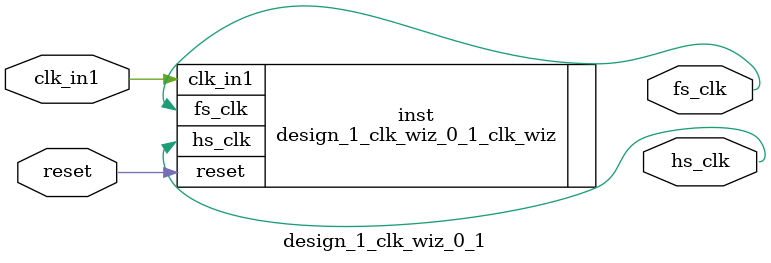
<source format=v>


`timescale 1ps/1ps

(* CORE_GENERATION_INFO = "design_1_clk_wiz_0_1,clk_wiz_v6_0_8_0_0,{component_name=design_1_clk_wiz_0_1,use_phase_alignment=true,use_min_o_jitter=false,use_max_i_jitter=true,use_dyn_phase_shift=false,use_inclk_switchover=false,use_dyn_reconfig=false,enable_axi=0,feedback_source=FDBK_AUTO,PRIMITIVE=PLL,num_out_clk=2,clkin1_period=10.000,clkin2_period=10.000,use_power_down=false,use_reset=true,use_locked=false,use_inclk_stopped=false,feedback_type=SINGLE,CLOCK_MGR_TYPE=NA,manual_override=false}" *)

module design_1_clk_wiz_0_1 
 (
  // Clock out ports
  output        hs_clk,
  output        fs_clk,
  // Status and control signals
  input         reset,
 // Clock in ports
  input         clk_in1
 );

  design_1_clk_wiz_0_1_clk_wiz inst
  (
  // Clock out ports  
  .hs_clk(hs_clk),
  .fs_clk(fs_clk),
  // Status and control signals               
  .reset(reset), 
 // Clock in ports
  .clk_in1(clk_in1)
  );

endmodule

</source>
